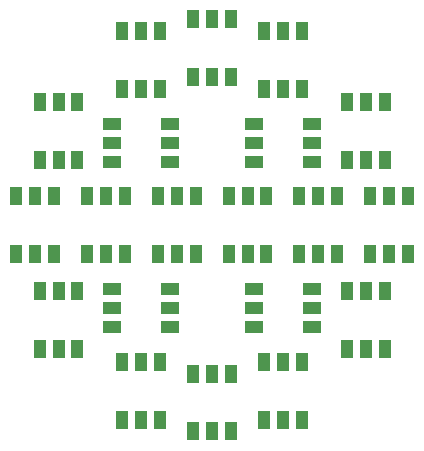
<source format=gbr>
G04 #@! TF.GenerationSoftware,KiCad,Pcbnew,5.1.4*
G04 #@! TF.CreationDate,2019-11-19T13:40:08+01:00*
G04 #@! TF.ProjectId,lamp,6c616d70-2e6b-4696-9361-645f70636258,rev?*
G04 #@! TF.SameCoordinates,Original*
G04 #@! TF.FileFunction,Paste,Top*
G04 #@! TF.FilePolarity,Positive*
%FSLAX46Y46*%
G04 Gerber Fmt 4.6, Leading zero omitted, Abs format (unit mm)*
G04 Created by KiCad (PCBNEW 5.1.4) date 2019-11-19 13:40:08*
%MOMM*%
%LPD*%
G04 APERTURE LIST*
%ADD10R,1.000000X1.500000*%
%ADD11R,1.500000X1.000000*%
G04 APERTURE END LIST*
D10*
X74600000Y-122550000D03*
X73000000Y-122550000D03*
X71400000Y-122550000D03*
X74600000Y-127450000D03*
X73000000Y-127450000D03*
X71400000Y-127450000D03*
X68600000Y-122550000D03*
X67000000Y-122550000D03*
X65400000Y-122550000D03*
X68600000Y-127450000D03*
X67000000Y-127450000D03*
X65400000Y-127450000D03*
X59400000Y-127450000D03*
X61000000Y-127450000D03*
X62600000Y-127450000D03*
X59400000Y-122550000D03*
X61000000Y-122550000D03*
X62600000Y-122550000D03*
D11*
X60450000Y-133600000D03*
X60450000Y-132000000D03*
X60450000Y-130400000D03*
X55550000Y-133600000D03*
X55550000Y-132000000D03*
X55550000Y-130400000D03*
X67550000Y-130400000D03*
X67550000Y-132000000D03*
X67550000Y-133600000D03*
X72450000Y-130400000D03*
X72450000Y-132000000D03*
X72450000Y-133600000D03*
X67550000Y-116400000D03*
X67550000Y-118000000D03*
X67550000Y-119600000D03*
X72450000Y-116400000D03*
X72450000Y-118000000D03*
X72450000Y-119600000D03*
X55550000Y-116400000D03*
X55550000Y-118000000D03*
X55550000Y-119600000D03*
X60450000Y-116400000D03*
X60450000Y-118000000D03*
X60450000Y-119600000D03*
D10*
X53400000Y-127450000D03*
X55000000Y-127450000D03*
X56600000Y-127450000D03*
X53400000Y-122550000D03*
X55000000Y-122550000D03*
X56600000Y-122550000D03*
X49400000Y-135450000D03*
X51000000Y-135450000D03*
X52600000Y-135450000D03*
X49400000Y-130550000D03*
X51000000Y-130550000D03*
X52600000Y-130550000D03*
X56400000Y-141450000D03*
X58000000Y-141450000D03*
X59600000Y-141450000D03*
X56400000Y-136550000D03*
X58000000Y-136550000D03*
X59600000Y-136550000D03*
X65600000Y-137550000D03*
X64000000Y-137550000D03*
X62400000Y-137550000D03*
X65600000Y-142450000D03*
X64000000Y-142450000D03*
X62400000Y-142450000D03*
X68400000Y-141450000D03*
X70000000Y-141450000D03*
X71600000Y-141450000D03*
X68400000Y-136550000D03*
X70000000Y-136550000D03*
X71600000Y-136550000D03*
X75400000Y-135450000D03*
X77000000Y-135450000D03*
X78600000Y-135450000D03*
X75400000Y-130550000D03*
X77000000Y-130550000D03*
X78600000Y-130550000D03*
X80600000Y-122550000D03*
X79000000Y-122550000D03*
X77400000Y-122550000D03*
X80600000Y-127450000D03*
X79000000Y-127450000D03*
X77400000Y-127450000D03*
X75400000Y-119450000D03*
X77000000Y-119450000D03*
X78600000Y-119450000D03*
X75400000Y-114550000D03*
X77000000Y-114550000D03*
X78600000Y-114550000D03*
X71600000Y-108550000D03*
X70000000Y-108550000D03*
X68400000Y-108550000D03*
X71600000Y-113450000D03*
X70000000Y-113450000D03*
X68400000Y-113450000D03*
X62400000Y-112450000D03*
X64000000Y-112450000D03*
X65600000Y-112450000D03*
X62400000Y-107550000D03*
X64000000Y-107550000D03*
X65600000Y-107550000D03*
X59600000Y-108550000D03*
X58000000Y-108550000D03*
X56400000Y-108550000D03*
X59600000Y-113450000D03*
X58000000Y-113450000D03*
X56400000Y-113450000D03*
X47400000Y-127450000D03*
X49000000Y-127450000D03*
X50600000Y-127450000D03*
X47400000Y-122550000D03*
X49000000Y-122550000D03*
X50600000Y-122550000D03*
X49400000Y-119450000D03*
X51000000Y-119450000D03*
X52600000Y-119450000D03*
X49400000Y-114550000D03*
X51000000Y-114550000D03*
X52600000Y-114550000D03*
M02*

</source>
